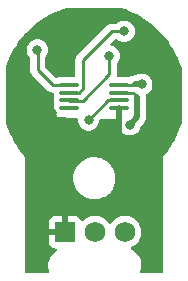
<source format=gbr>
%TF.GenerationSoftware,KiCad,Pcbnew,(6.0.6)*%
%TF.CreationDate,2022-08-09T20:17:37-04:00*%
%TF.ProjectId,4272ShaftEncoder,34323732-5368-4616-9674-456e636f6465,rev?*%
%TF.SameCoordinates,Original*%
%TF.FileFunction,Copper,L2,Bot*%
%TF.FilePolarity,Positive*%
%FSLAX46Y46*%
G04 Gerber Fmt 4.6, Leading zero omitted, Abs format (unit mm)*
G04 Created by KiCad (PCBNEW (6.0.6)) date 2022-08-09 20:17:37*
%MOMM*%
%LPD*%
G01*
G04 APERTURE LIST*
G04 Aperture macros list*
%AMRoundRect*
0 Rectangle with rounded corners*
0 $1 Rounding radius*
0 $2 $3 $4 $5 $6 $7 $8 $9 X,Y pos of 4 corners*
0 Add a 4 corners polygon primitive as box body*
4,1,4,$2,$3,$4,$5,$6,$7,$8,$9,$2,$3,0*
0 Add four circle primitives for the rounded corners*
1,1,$1+$1,$2,$3*
1,1,$1+$1,$4,$5*
1,1,$1+$1,$6,$7*
1,1,$1+$1,$8,$9*
0 Add four rect primitives between the rounded corners*
20,1,$1+$1,$2,$3,$4,$5,0*
20,1,$1+$1,$4,$5,$6,$7,0*
20,1,$1+$1,$6,$7,$8,$9,0*
20,1,$1+$1,$8,$9,$2,$3,0*%
G04 Aperture macros list end*
%TA.AperFunction,SMDPad,CuDef*%
%ADD10RoundRect,0.100000X0.712500X0.100000X-0.712500X0.100000X-0.712500X-0.100000X0.712500X-0.100000X0*%
%TD*%
%TA.AperFunction,ComponentPad*%
%ADD11RoundRect,0.190218X-0.684782X-0.684782X0.684782X-0.684782X0.684782X0.684782X-0.684782X0.684782X0*%
%TD*%
%TA.AperFunction,ComponentPad*%
%ADD12C,1.750000*%
%TD*%
%TA.AperFunction,ViaPad*%
%ADD13C,0.800000*%
%TD*%
%TA.AperFunction,Conductor*%
%ADD14C,0.250000*%
%TD*%
%TA.AperFunction,Conductor*%
%ADD15C,0.500000*%
%TD*%
G04 APERTURE END LIST*
D10*
%TO.P,U1,1,VDD5V*%
%TO.N,+3.3V*%
X150112500Y-77050000D03*
%TO.P,U1,2,VDD3V3*%
X150112500Y-77700000D03*
%TO.P,U1,3,OUT*%
%TO.N,/OUT*%
X150112500Y-78350000D03*
%TO.P,U1,4,GND*%
%TO.N,GND*%
X150112500Y-79000000D03*
%TO.P,U1,5,PGO*%
%TO.N,unconnected-(U1-Pad5)*%
X145887500Y-79000000D03*
%TO.P,U1,6,SDA*%
%TO.N,Net-(R6-Pad1)*%
X145887500Y-78350000D03*
%TO.P,U1,7,SCL*%
%TO.N,Net-(R7-Pad1)*%
X145887500Y-77700000D03*
%TO.P,U1,8,DIR*%
%TO.N,Net-(R1-Pad2)*%
X145887500Y-77050000D03*
%TD*%
D11*
%TO.P,J1,1,Pin_1*%
%TO.N,GND*%
X145500000Y-89500000D03*
D12*
%TO.P,J1,2,Pin_2*%
%TO.N,+3.3V*%
X148040000Y-89500000D03*
%TO.P,J1,3,Pin_3*%
%TO.N,/OUT*%
X150580000Y-89500000D03*
%TD*%
D13*
%TO.N,GND*%
X153200000Y-92200000D03*
X153800000Y-82000000D03*
X143800000Y-83400000D03*
X144400000Y-79400000D03*
X145750000Y-85500000D03*
X141250000Y-80500000D03*
X146250000Y-81500000D03*
X155000000Y-76400000D03*
X146000000Y-74500000D03*
%TO.N,/OUT*%
X147500000Y-80000000D03*
%TO.N,Net-(R7-Pad1)*%
X150500000Y-72500000D03*
%TO.N,Net-(R6-Pad1)*%
X149250000Y-74600000D03*
%TO.N,Net-(R1-Pad2)*%
X143162500Y-74087500D03*
%TO.N,+3.3V*%
X151000000Y-80400000D03*
X152000000Y-77000000D03*
%TD*%
D14*
%TO.N,Net-(R6-Pad1)*%
X145937500Y-78400000D02*
X145887500Y-78350000D01*
X147000000Y-78400000D02*
X145937500Y-78400000D01*
X149250000Y-76150000D02*
X147000000Y-78400000D01*
X149250000Y-74600000D02*
X149250000Y-76150000D01*
D15*
%TO.N,+3.3V*%
X151600000Y-79800000D02*
X151000000Y-80400000D01*
X151600000Y-78100000D02*
X151600000Y-79800000D01*
D14*
X151300000Y-77700000D02*
X150112500Y-77700000D01*
X151650000Y-78050000D02*
X151300000Y-77700000D01*
X150112500Y-77050000D02*
X151350000Y-77050000D01*
X151350000Y-77050000D02*
X151400000Y-77000000D01*
D15*
X151400000Y-77000000D02*
X152000000Y-77000000D01*
%TO.N,GND*%
X150112500Y-79000000D02*
X150112500Y-82112500D01*
D14*
%TO.N,Net-(R1-Pad2)*%
X143200000Y-74125000D02*
X143162500Y-74087500D01*
X143200000Y-75800000D02*
X143200000Y-74125000D01*
X145887500Y-77050000D02*
X144450000Y-77050000D01*
X144450000Y-77050000D02*
X143200000Y-75800000D01*
%TO.N,/OUT*%
X149150000Y-78350000D02*
X150112500Y-78350000D01*
X147500000Y-80000000D02*
X149150000Y-78350000D01*
%TO.N,Net-(R7-Pad1)*%
X147025000Y-77339645D02*
X146664645Y-77700000D01*
X147025000Y-74949695D02*
X147025000Y-77339645D01*
X149474695Y-72500000D02*
X147025000Y-74949695D01*
X150500000Y-72500000D02*
X149474695Y-72500000D01*
X146664645Y-77700000D02*
X145887500Y-77700000D01*
%TD*%
%TA.AperFunction,Conductor*%
%TO.N,GND*%
G36*
X147925672Y-70508501D02*
G01*
X150198353Y-70508501D01*
X150238040Y-70514914D01*
X150642777Y-70649230D01*
X150650617Y-70652124D01*
X150884645Y-70747460D01*
X151121769Y-70844057D01*
X151129408Y-70847469D01*
X151586776Y-71070244D01*
X151594173Y-71074156D01*
X152035752Y-71326800D01*
X152042872Y-71331194D01*
X152237247Y-71460243D01*
X152437015Y-71592872D01*
X152466696Y-71612578D01*
X152473509Y-71617435D01*
X152877745Y-71926344D01*
X152884217Y-71931639D01*
X153267062Y-72266698D01*
X153273150Y-72272394D01*
X153632905Y-72632117D01*
X153638618Y-72638221D01*
X153716197Y-72726848D01*
X153973705Y-73021026D01*
X153979002Y-73027498D01*
X154274068Y-73413545D01*
X154287941Y-73431696D01*
X154292793Y-73438500D01*
X154416721Y-73625125D01*
X154574228Y-73862316D01*
X154578623Y-73869436D01*
X154831310Y-74310997D01*
X154835222Y-74318393D01*
X155058040Y-74775739D01*
X155061447Y-74783365D01*
X155253284Y-75254158D01*
X155253427Y-75254510D01*
X155256324Y-75262356D01*
X155373778Y-75616170D01*
X155390545Y-75666679D01*
X155396962Y-75706524D01*
X155391623Y-80196206D01*
X155391619Y-80199452D01*
X155385389Y-80238430D01*
X155270707Y-80589458D01*
X155268235Y-80596341D01*
X155103104Y-81017294D01*
X155100242Y-81024010D01*
X154969115Y-81308500D01*
X154910958Y-81434677D01*
X154907710Y-81441215D01*
X154894313Y-81466336D01*
X154694923Y-81840190D01*
X154691302Y-81846530D01*
X154455714Y-82232499D01*
X154451737Y-82238609D01*
X154194147Y-82610260D01*
X154189826Y-82616123D01*
X153936575Y-82939657D01*
X153920747Y-82956448D01*
X153908867Y-82966934D01*
X153897190Y-82985429D01*
X153885097Y-83001561D01*
X153870622Y-83017951D01*
X153866807Y-83026076D01*
X153866806Y-83026078D01*
X153856441Y-83048155D01*
X153848931Y-83061869D01*
X153831108Y-83090099D01*
X153828639Y-83098731D01*
X153825094Y-83111122D01*
X153818010Y-83130012D01*
X153808719Y-83149800D01*
X153805291Y-83171816D01*
X153803585Y-83182775D01*
X153800224Y-83198051D01*
X153794273Y-83218853D01*
X153791044Y-83230139D01*
X153791096Y-83239115D01*
X153791096Y-83239117D01*
X153791498Y-83308028D01*
X153791500Y-83308762D01*
X153791500Y-92825500D01*
X153771498Y-92893621D01*
X153717842Y-92940114D01*
X153665500Y-92951500D01*
X152010252Y-92951500D01*
X151942131Y-92931498D01*
X151895638Y-92877842D01*
X151885534Y-92807568D01*
X151889917Y-92788146D01*
X151949835Y-92595178D01*
X151980996Y-92360069D01*
X151972099Y-92123072D01*
X151923397Y-91890962D01*
X151921440Y-91886006D01*
X151921438Y-91886000D01*
X151838242Y-91675337D01*
X151836283Y-91670376D01*
X151713249Y-91467621D01*
X151627599Y-91368918D01*
X151561311Y-91292528D01*
X151561309Y-91292526D01*
X151557811Y-91288495D01*
X151451027Y-91200937D01*
X151378543Y-91141503D01*
X151378537Y-91141499D01*
X151374415Y-91138119D01*
X151168304Y-91020794D01*
X151163284Y-91018972D01*
X151163280Y-91018970D01*
X151132385Y-91007756D01*
X151075176Y-90965712D01*
X151049780Y-90899413D01*
X151064260Y-90829909D01*
X151119942Y-90776166D01*
X151286197Y-90694718D01*
X151290839Y-90692444D01*
X151295043Y-90689446D01*
X151295047Y-90689443D01*
X151471847Y-90563333D01*
X151471849Y-90563331D01*
X151476051Y-90560334D01*
X151637199Y-90399747D01*
X151691764Y-90323812D01*
X151766938Y-90219198D01*
X151766942Y-90219192D01*
X151769956Y-90214997D01*
X151870755Y-90011046D01*
X151936890Y-89793370D01*
X151950077Y-89693206D01*
X151966148Y-89571136D01*
X151966148Y-89571132D01*
X151966585Y-89567815D01*
X151968242Y-89500000D01*
X151949601Y-89273264D01*
X151894178Y-89052617D01*
X151803462Y-88843985D01*
X151679890Y-88652971D01*
X151526779Y-88484704D01*
X151348241Y-88343704D01*
X151310537Y-88322890D01*
X151295869Y-88314793D01*
X151149072Y-88233757D01*
X151144203Y-88232033D01*
X151144199Y-88232031D01*
X150939496Y-88159541D01*
X150939492Y-88159540D01*
X150934621Y-88157815D01*
X150929528Y-88156908D01*
X150929525Y-88156907D01*
X150715734Y-88118825D01*
X150715728Y-88118824D01*
X150710645Y-88117919D01*
X150635417Y-88117000D01*
X150488331Y-88115203D01*
X150488329Y-88115203D01*
X150483161Y-88115140D01*
X150258278Y-88149552D01*
X150042035Y-88220231D01*
X150037447Y-88222619D01*
X150037443Y-88222621D01*
X149844828Y-88322890D01*
X149840239Y-88325279D01*
X149836106Y-88328382D01*
X149836103Y-88328384D01*
X149815699Y-88343704D01*
X149658310Y-88461875D01*
X149501133Y-88626351D01*
X149498218Y-88630625D01*
X149498215Y-88630628D01*
X149413755Y-88754441D01*
X149358844Y-88799444D01*
X149288319Y-88807615D01*
X149224572Y-88776361D01*
X149203875Y-88751877D01*
X149142698Y-88657311D01*
X149142696Y-88657308D01*
X149139890Y-88652971D01*
X148986779Y-88484704D01*
X148808241Y-88343704D01*
X148770537Y-88322890D01*
X148755869Y-88314793D01*
X148609072Y-88233757D01*
X148604203Y-88232033D01*
X148604199Y-88232031D01*
X148399496Y-88159541D01*
X148399492Y-88159540D01*
X148394621Y-88157815D01*
X148389528Y-88156908D01*
X148389525Y-88156907D01*
X148175734Y-88118825D01*
X148175728Y-88118824D01*
X148170645Y-88117919D01*
X148095417Y-88117000D01*
X147948331Y-88115203D01*
X147948329Y-88115203D01*
X147943161Y-88115140D01*
X147718278Y-88149552D01*
X147502035Y-88220231D01*
X147497447Y-88222619D01*
X147497443Y-88222621D01*
X147304828Y-88322890D01*
X147300239Y-88325279D01*
X147296106Y-88328382D01*
X147296103Y-88328384D01*
X147275699Y-88343704D01*
X147118310Y-88461875D01*
X147114738Y-88465613D01*
X147028452Y-88555906D01*
X146966928Y-88591336D01*
X146896015Y-88587879D01*
X146838229Y-88546633D01*
X146822522Y-88520707D01*
X146821880Y-88519285D01*
X146742207Y-88387729D01*
X146732894Y-88375852D01*
X146624148Y-88267106D01*
X146612271Y-88257793D01*
X146480716Y-88178121D01*
X146466970Y-88171914D01*
X146319343Y-88125651D01*
X146306293Y-88123038D01*
X146243478Y-88117266D01*
X146237690Y-88117000D01*
X145772115Y-88117000D01*
X145756876Y-88121475D01*
X145755671Y-88122865D01*
X145754000Y-88130548D01*
X145754000Y-89628000D01*
X145733998Y-89696121D01*
X145680342Y-89742614D01*
X145628000Y-89754000D01*
X144135115Y-89754000D01*
X144119876Y-89758475D01*
X144118671Y-89759865D01*
X144117000Y-89767548D01*
X144117000Y-90237690D01*
X144117266Y-90243478D01*
X144123038Y-90306293D01*
X144125651Y-90319343D01*
X144171914Y-90466970D01*
X144178121Y-90480716D01*
X144257793Y-90612271D01*
X144267106Y-90624148D01*
X144375852Y-90732894D01*
X144387729Y-90742207D01*
X144519284Y-90821879D01*
X144533030Y-90828086D01*
X144680657Y-90874349D01*
X144693698Y-90876961D01*
X144700929Y-90877625D01*
X144766934Y-90903776D01*
X144808323Y-90961461D01*
X144811955Y-91032364D01*
X144776677Y-91093976D01*
X144759768Y-91107617D01*
X144718385Y-91135478D01*
X144621155Y-91200937D01*
X144449550Y-91364640D01*
X144307980Y-91554917D01*
X144305564Y-91559668D01*
X144305562Y-91559672D01*
X144246755Y-91675337D01*
X144200494Y-91766326D01*
X144165330Y-91879574D01*
X144131749Y-91987719D01*
X144131748Y-91987725D01*
X144130165Y-91992822D01*
X144099004Y-92227931D01*
X144107901Y-92464928D01*
X144156603Y-92697038D01*
X144158561Y-92701997D01*
X144158562Y-92701999D01*
X144189058Y-92779218D01*
X144195476Y-92849924D01*
X144162649Y-92912875D01*
X144100999Y-92948086D01*
X144071866Y-92951500D01*
X142234500Y-92951500D01*
X142166379Y-92931498D01*
X142119886Y-92877842D01*
X142108500Y-92825500D01*
X142108501Y-89227885D01*
X144117000Y-89227885D01*
X144121475Y-89243124D01*
X144122865Y-89244329D01*
X144130548Y-89246000D01*
X145227885Y-89246000D01*
X145243124Y-89241525D01*
X145244329Y-89240135D01*
X145246000Y-89232452D01*
X145246000Y-88135115D01*
X145241525Y-88119876D01*
X145240135Y-88118671D01*
X145232452Y-88117000D01*
X144762310Y-88117000D01*
X144756522Y-88117266D01*
X144693707Y-88123038D01*
X144680657Y-88125651D01*
X144533030Y-88171914D01*
X144519284Y-88178121D01*
X144387729Y-88257793D01*
X144375852Y-88267106D01*
X144267106Y-88375852D01*
X144257793Y-88387729D01*
X144178121Y-88519284D01*
X144171914Y-88533030D01*
X144125651Y-88680657D01*
X144123038Y-88693707D01*
X144117266Y-88756522D01*
X144117000Y-88762310D01*
X144117000Y-89227885D01*
X142108501Y-89227885D01*
X142108501Y-88125651D01*
X142108501Y-85058879D01*
X146219840Y-85058879D01*
X146255486Y-85320808D01*
X146329457Y-85574590D01*
X146440127Y-85814652D01*
X146442690Y-85818561D01*
X146582499Y-86031805D01*
X146582503Y-86031810D01*
X146585065Y-86035718D01*
X146761086Y-86232933D01*
X146964324Y-86401964D01*
X147190314Y-86539099D01*
X147194622Y-86540905D01*
X147194623Y-86540906D01*
X147429776Y-86639514D01*
X147429781Y-86639516D01*
X147434091Y-86641323D01*
X147438623Y-86642474D01*
X147438626Y-86642475D01*
X147494197Y-86656588D01*
X147690301Y-86706392D01*
X147909856Y-86728500D01*
X148067108Y-86728500D01*
X148069433Y-86728327D01*
X148069439Y-86728327D01*
X148258964Y-86714243D01*
X148258968Y-86714242D01*
X148263616Y-86713897D01*
X148521441Y-86655557D01*
X148525795Y-86653864D01*
X148763458Y-86561442D01*
X148763460Y-86561441D01*
X148767811Y-86559749D01*
X148800780Y-86540906D01*
X148852448Y-86511375D01*
X148997313Y-86428578D01*
X149204906Y-86264925D01*
X149386030Y-86072385D01*
X149536704Y-85855188D01*
X149538771Y-85850997D01*
X149651555Y-85622294D01*
X149651556Y-85622291D01*
X149653620Y-85618106D01*
X149734209Y-85366347D01*
X149776700Y-85105441D01*
X149780160Y-84841121D01*
X149744514Y-84579192D01*
X149670543Y-84325410D01*
X149559873Y-84085348D01*
X149528347Y-84037263D01*
X149417501Y-83868195D01*
X149417497Y-83868190D01*
X149414935Y-83864282D01*
X149238914Y-83667067D01*
X149035676Y-83498036D01*
X148809686Y-83360901D01*
X148765969Y-83342569D01*
X148570224Y-83260486D01*
X148570219Y-83260484D01*
X148565909Y-83258677D01*
X148561377Y-83257526D01*
X148561374Y-83257525D01*
X148419540Y-83221504D01*
X148309699Y-83193608D01*
X148090144Y-83171500D01*
X147932892Y-83171500D01*
X147930567Y-83171673D01*
X147930561Y-83171673D01*
X147741036Y-83185757D01*
X147741032Y-83185758D01*
X147736384Y-83186103D01*
X147478559Y-83244443D01*
X147474207Y-83246135D01*
X147474205Y-83246136D01*
X147236542Y-83338558D01*
X147236540Y-83338559D01*
X147232189Y-83340251D01*
X147228135Y-83342568D01*
X147228133Y-83342569D01*
X147196059Y-83360901D01*
X147002687Y-83471422D01*
X146795094Y-83635075D01*
X146613970Y-83827615D01*
X146463296Y-84044812D01*
X146461230Y-84049001D01*
X146461229Y-84049003D01*
X146445234Y-84081439D01*
X146346380Y-84281894D01*
X146265791Y-84533653D01*
X146223300Y-84794559D01*
X146219840Y-85058879D01*
X142108501Y-85058879D01*
X142108501Y-83309229D01*
X142108537Y-83306226D01*
X142109918Y-83248288D01*
X142110132Y-83239312D01*
X142107818Y-83230635D01*
X142101059Y-83205293D01*
X142098076Y-83190685D01*
X142094355Y-83164706D01*
X142094354Y-83164703D01*
X142093081Y-83155813D01*
X142084795Y-83137589D01*
X142077753Y-83117914D01*
X142074908Y-83107246D01*
X142072595Y-83098574D01*
X142054333Y-83068461D01*
X142047369Y-83055277D01*
X142036507Y-83031387D01*
X142032793Y-83023218D01*
X142026932Y-83016416D01*
X142026931Y-83016414D01*
X142019730Y-83008056D01*
X142007451Y-82991152D01*
X141997066Y-82974028D01*
X141979448Y-82957904D01*
X141965805Y-82943264D01*
X141709646Y-82620371D01*
X141705280Y-82614528D01*
X141704388Y-82613259D01*
X141448808Y-82249723D01*
X141444806Y-82243664D01*
X141209870Y-81864628D01*
X141206214Y-81858330D01*
X141198125Y-81843416D01*
X140993598Y-81466322D01*
X140990315Y-81459826D01*
X140981581Y-81441228D01*
X140800754Y-81056208D01*
X140797846Y-81049519D01*
X140754695Y-80941852D01*
X140631958Y-80635610D01*
X140629446Y-80628779D01*
X140620714Y-80602715D01*
X140515027Y-80287275D01*
X140508500Y-80247246D01*
X140508500Y-75509846D01*
X140515949Y-75467164D01*
X140517944Y-75461623D01*
X140664664Y-75054105D01*
X140667885Y-75046045D01*
X140863867Y-74600812D01*
X140880878Y-74562167D01*
X140884657Y-74554329D01*
X141030131Y-74277428D01*
X141129912Y-74087500D01*
X142248996Y-74087500D01*
X142249686Y-74094065D01*
X142263810Y-74228444D01*
X142268958Y-74277428D01*
X142327973Y-74459056D01*
X142423460Y-74624444D01*
X142534137Y-74747364D01*
X142564853Y-74811369D01*
X142566500Y-74831672D01*
X142566500Y-75721233D01*
X142565973Y-75732416D01*
X142564298Y-75739909D01*
X142564547Y-75747835D01*
X142564547Y-75747836D01*
X142566438Y-75807986D01*
X142566500Y-75811945D01*
X142566500Y-75839856D01*
X142566997Y-75843790D01*
X142566997Y-75843791D01*
X142567005Y-75843856D01*
X142567938Y-75855693D01*
X142569327Y-75899889D01*
X142574978Y-75919339D01*
X142578987Y-75938700D01*
X142581526Y-75958797D01*
X142584445Y-75966168D01*
X142584445Y-75966170D01*
X142597804Y-75999912D01*
X142601649Y-76011142D01*
X142613982Y-76053593D01*
X142618015Y-76060412D01*
X142618017Y-76060417D01*
X142624293Y-76071028D01*
X142632988Y-76088776D01*
X142640448Y-76107617D01*
X142645110Y-76114033D01*
X142645110Y-76114034D01*
X142666436Y-76143387D01*
X142672952Y-76153307D01*
X142695458Y-76191362D01*
X142709779Y-76205683D01*
X142722619Y-76220716D01*
X142734528Y-76237107D01*
X142761372Y-76259314D01*
X142768605Y-76265298D01*
X142777384Y-76273288D01*
X143946348Y-77442253D01*
X143953888Y-77450539D01*
X143958000Y-77457018D01*
X143963777Y-77462443D01*
X144007651Y-77503643D01*
X144010493Y-77506398D01*
X144030230Y-77526135D01*
X144033427Y-77528615D01*
X144042447Y-77536318D01*
X144074679Y-77566586D01*
X144081625Y-77570405D01*
X144081628Y-77570407D01*
X144092434Y-77576348D01*
X144108953Y-77587199D01*
X144124959Y-77599614D01*
X144132228Y-77602759D01*
X144132232Y-77602762D01*
X144165537Y-77617174D01*
X144176187Y-77622391D01*
X144214940Y-77643695D01*
X144222615Y-77645666D01*
X144222616Y-77645666D01*
X144234562Y-77648733D01*
X144253267Y-77655137D01*
X144271855Y-77663181D01*
X144279678Y-77664420D01*
X144279688Y-77664423D01*
X144315524Y-77670099D01*
X144327144Y-77672505D01*
X144362289Y-77681528D01*
X144369970Y-77683500D01*
X144390224Y-77683500D01*
X144409934Y-77685051D01*
X144429943Y-77688220D01*
X144437835Y-77687474D01*
X144444458Y-77687682D01*
X144511917Y-77709814D01*
X144556702Y-77764903D01*
X144566501Y-77813619D01*
X144566501Y-77839884D01*
X144582162Y-77958850D01*
X144585322Y-77966478D01*
X144589589Y-77976780D01*
X144597179Y-78047370D01*
X144589590Y-78073218D01*
X144582162Y-78091150D01*
X144566500Y-78210115D01*
X144566501Y-78489884D01*
X144582162Y-78608850D01*
X144585322Y-78616478D01*
X144589589Y-78626780D01*
X144597179Y-78697370D01*
X144589590Y-78723218D01*
X144582162Y-78741150D01*
X144566500Y-78860115D01*
X144566501Y-79139884D01*
X144582162Y-79258850D01*
X144643476Y-79406876D01*
X144741013Y-79533987D01*
X144747559Y-79539010D01*
X144747562Y-79539013D01*
X144750704Y-79541424D01*
X144752682Y-79544133D01*
X144753403Y-79544854D01*
X144753291Y-79544966D01*
X144792571Y-79598762D01*
X144800000Y-79641386D01*
X144800000Y-79800000D01*
X146466050Y-79852064D01*
X146533512Y-79874185D01*
X146578307Y-79929266D01*
X146586783Y-79986830D01*
X146587186Y-79986830D01*
X146587186Y-79989567D01*
X146587423Y-79991177D01*
X146586496Y-80000000D01*
X146587186Y-80006565D01*
X146600704Y-80135177D01*
X146606458Y-80189928D01*
X146665473Y-80371556D01*
X146668776Y-80377278D01*
X146668777Y-80377279D01*
X146672525Y-80383770D01*
X146760960Y-80536944D01*
X146765378Y-80541851D01*
X146765379Y-80541852D01*
X146849812Y-80635624D01*
X146888747Y-80678866D01*
X147043248Y-80791118D01*
X147049276Y-80793802D01*
X147049278Y-80793803D01*
X147211681Y-80866109D01*
X147217712Y-80868794D01*
X147311112Y-80888647D01*
X147398056Y-80907128D01*
X147398061Y-80907128D01*
X147404513Y-80908500D01*
X147595487Y-80908500D01*
X147601939Y-80907128D01*
X147601944Y-80907128D01*
X147688888Y-80888647D01*
X147782288Y-80868794D01*
X147788319Y-80866109D01*
X147950722Y-80793803D01*
X147950724Y-80793802D01*
X147956752Y-80791118D01*
X148111253Y-80678866D01*
X148150188Y-80635624D01*
X148234621Y-80541852D01*
X148234622Y-80541851D01*
X148239040Y-80536944D01*
X148327475Y-80383770D01*
X148331223Y-80377279D01*
X148331224Y-80377278D01*
X148334527Y-80371556D01*
X148393542Y-80189928D01*
X148394232Y-80183365D01*
X148410390Y-80029631D01*
X148437403Y-79963974D01*
X148495625Y-79923345D01*
X148539635Y-79916863D01*
X150017256Y-79963039D01*
X150084718Y-79985160D01*
X150129513Y-80040241D01*
X150137417Y-80110796D01*
X150133153Y-80127914D01*
X150106458Y-80210072D01*
X150105768Y-80216633D01*
X150105768Y-80216635D01*
X150090857Y-80358508D01*
X150086496Y-80400000D01*
X150087186Y-80406565D01*
X150098202Y-80511372D01*
X150106458Y-80589928D01*
X150165473Y-80771556D01*
X150260960Y-80936944D01*
X150388747Y-81078866D01*
X150543248Y-81191118D01*
X150549276Y-81193802D01*
X150549278Y-81193803D01*
X150711681Y-81266109D01*
X150717712Y-81268794D01*
X150811112Y-81288647D01*
X150898056Y-81307128D01*
X150898061Y-81307128D01*
X150904513Y-81308500D01*
X151095487Y-81308500D01*
X151101939Y-81307128D01*
X151101944Y-81307128D01*
X151188888Y-81288647D01*
X151282288Y-81268794D01*
X151288319Y-81266109D01*
X151450722Y-81193803D01*
X151450724Y-81193802D01*
X151456752Y-81191118D01*
X151611253Y-81078866D01*
X151739040Y-80936944D01*
X151834527Y-80771556D01*
X151889387Y-80602714D01*
X151920125Y-80552556D01*
X152088911Y-80383770D01*
X152103323Y-80371384D01*
X152114918Y-80362851D01*
X152114923Y-80362846D01*
X152120818Y-80358508D01*
X152125557Y-80352930D01*
X152125560Y-80352927D01*
X152155035Y-80318232D01*
X152161965Y-80310716D01*
X152167660Y-80305021D01*
X152185281Y-80282749D01*
X152188072Y-80279345D01*
X152230591Y-80229297D01*
X152230592Y-80229295D01*
X152235333Y-80223715D01*
X152238661Y-80217199D01*
X152242028Y-80212150D01*
X152245195Y-80207021D01*
X152249734Y-80201284D01*
X152280655Y-80135125D01*
X152282561Y-80131225D01*
X152284252Y-80127914D01*
X152315769Y-80066192D01*
X152317508Y-80059084D01*
X152319607Y-80053441D01*
X152321524Y-80047678D01*
X152324622Y-80041050D01*
X152339487Y-79969583D01*
X152340457Y-79965299D01*
X152356473Y-79899845D01*
X152357808Y-79894390D01*
X152358500Y-79883236D01*
X152358536Y-79883238D01*
X152358775Y-79879245D01*
X152359149Y-79875053D01*
X152360640Y-79867885D01*
X152358546Y-79790479D01*
X152358500Y-79787072D01*
X152358500Y-78055707D01*
X152344751Y-77937778D01*
X152356730Y-77867799D01*
X152404640Y-77815406D01*
X152418654Y-77808080D01*
X152456752Y-77791118D01*
X152611253Y-77678866D01*
X152615675Y-77673955D01*
X152734621Y-77541852D01*
X152734622Y-77541851D01*
X152739040Y-77536944D01*
X152834527Y-77371556D01*
X152893542Y-77189928D01*
X152913504Y-77000000D01*
X152893542Y-76810072D01*
X152834527Y-76628444D01*
X152739040Y-76463056D01*
X152663892Y-76379595D01*
X152615675Y-76326045D01*
X152615674Y-76326044D01*
X152611253Y-76321134D01*
X152485860Y-76230030D01*
X152462094Y-76212763D01*
X152462093Y-76212762D01*
X152456752Y-76208882D01*
X152450724Y-76206198D01*
X152450722Y-76206197D01*
X152288319Y-76133891D01*
X152288318Y-76133891D01*
X152282288Y-76131206D01*
X152188888Y-76111353D01*
X152101944Y-76092872D01*
X152101939Y-76092872D01*
X152095487Y-76091500D01*
X151904513Y-76091500D01*
X151898061Y-76092872D01*
X151898056Y-76092872D01*
X151811112Y-76111353D01*
X151717712Y-76131206D01*
X151711682Y-76133891D01*
X151711681Y-76133891D01*
X151549278Y-76206197D01*
X151549276Y-76206198D01*
X151543248Y-76208882D01*
X151537909Y-76212761D01*
X151537902Y-76212765D01*
X151531472Y-76217437D01*
X151457413Y-76241500D01*
X151355707Y-76241500D01*
X151285964Y-76249631D01*
X151231589Y-76255970D01*
X151231585Y-76255971D01*
X151224319Y-76256818D01*
X151217444Y-76259313D01*
X151217442Y-76259314D01*
X151164281Y-76278611D01*
X151058063Y-76317167D01*
X151051941Y-76321181D01*
X151033984Y-76332953D01*
X150966048Y-76353575D01*
X150948455Y-76352502D01*
X150868972Y-76342038D01*
X150868971Y-76342038D01*
X150864885Y-76341500D01*
X150838302Y-76341500D01*
X150009499Y-76341501D01*
X149941379Y-76321499D01*
X149894886Y-76267843D01*
X149883500Y-76215501D01*
X149883500Y-76209776D01*
X149885051Y-76190065D01*
X149886980Y-76177886D01*
X149888220Y-76170057D01*
X149884059Y-76126038D01*
X149883500Y-76114181D01*
X149883500Y-75302524D01*
X149903502Y-75234403D01*
X149915858Y-75218221D01*
X149989040Y-75136944D01*
X150084527Y-74971556D01*
X150143542Y-74789928D01*
X150144651Y-74779383D01*
X150162814Y-74606565D01*
X150163504Y-74600000D01*
X150156474Y-74533114D01*
X150144232Y-74416635D01*
X150144232Y-74416633D01*
X150143542Y-74410072D01*
X150084527Y-74228444D01*
X149989040Y-74063056D01*
X149861253Y-73921134D01*
X149706752Y-73808882D01*
X149700724Y-73806198D01*
X149700722Y-73806197D01*
X149538319Y-73733891D01*
X149538318Y-73733891D01*
X149532288Y-73731206D01*
X149525833Y-73729834D01*
X149525830Y-73729833D01*
X149460486Y-73715944D01*
X149435258Y-73710582D01*
X149372785Y-73676854D01*
X149338463Y-73614704D01*
X149343191Y-73543865D01*
X149372360Y-73498240D01*
X149700195Y-73170405D01*
X149762507Y-73136379D01*
X149789290Y-73133500D01*
X149791800Y-73133500D01*
X149859921Y-73153502D01*
X149879147Y-73169843D01*
X149879420Y-73169540D01*
X149884332Y-73173963D01*
X149888747Y-73178866D01*
X150043248Y-73291118D01*
X150049276Y-73293802D01*
X150049278Y-73293803D01*
X150211681Y-73366109D01*
X150217712Y-73368794D01*
X150311113Y-73388647D01*
X150398056Y-73407128D01*
X150398061Y-73407128D01*
X150404513Y-73408500D01*
X150595487Y-73408500D01*
X150601939Y-73407128D01*
X150601944Y-73407128D01*
X150688887Y-73388647D01*
X150782288Y-73368794D01*
X150788319Y-73366109D01*
X150950722Y-73293803D01*
X150950724Y-73293802D01*
X150956752Y-73291118D01*
X151111253Y-73178866D01*
X151134091Y-73153502D01*
X151234621Y-73041852D01*
X151234622Y-73041851D01*
X151239040Y-73036944D01*
X151334527Y-72871556D01*
X151393542Y-72689928D01*
X151413504Y-72500000D01*
X151412814Y-72493435D01*
X151394232Y-72316635D01*
X151394232Y-72316633D01*
X151393542Y-72310072D01*
X151334527Y-72128444D01*
X151239040Y-71963056D01*
X151222882Y-71945110D01*
X151115675Y-71826045D01*
X151115674Y-71826044D01*
X151111253Y-71821134D01*
X150956752Y-71708882D01*
X150950724Y-71706198D01*
X150950722Y-71706197D01*
X150788319Y-71633891D01*
X150788318Y-71633891D01*
X150782288Y-71631206D01*
X150688888Y-71611353D01*
X150601944Y-71592872D01*
X150601939Y-71592872D01*
X150595487Y-71591500D01*
X150404513Y-71591500D01*
X150398061Y-71592872D01*
X150398056Y-71592872D01*
X150311112Y-71611353D01*
X150217712Y-71631206D01*
X150211682Y-71633891D01*
X150211681Y-71633891D01*
X150049278Y-71706197D01*
X150049276Y-71706198D01*
X150043248Y-71708882D01*
X149888747Y-71821134D01*
X149884332Y-71826037D01*
X149879420Y-71830460D01*
X149878295Y-71829211D01*
X149824986Y-71862051D01*
X149791800Y-71866500D01*
X149553462Y-71866500D01*
X149542279Y-71865973D01*
X149534786Y-71864298D01*
X149526860Y-71864547D01*
X149526859Y-71864547D01*
X149466696Y-71866438D01*
X149462738Y-71866500D01*
X149434839Y-71866500D01*
X149430849Y-71867004D01*
X149419015Y-71867936D01*
X149374806Y-71869326D01*
X149367192Y-71871538D01*
X149367187Y-71871539D01*
X149355354Y-71874977D01*
X149335991Y-71878988D01*
X149315898Y-71881526D01*
X149308531Y-71884443D01*
X149308526Y-71884444D01*
X149274787Y-71897802D01*
X149263560Y-71901646D01*
X149221102Y-71913982D01*
X149214276Y-71918019D01*
X149203667Y-71924293D01*
X149185919Y-71932988D01*
X149167078Y-71940448D01*
X149160662Y-71945110D01*
X149160661Y-71945110D01*
X149131308Y-71966436D01*
X149121388Y-71972952D01*
X149090160Y-71991420D01*
X149090157Y-71991422D01*
X149083333Y-71995458D01*
X149069012Y-72009779D01*
X149053979Y-72022619D01*
X149037588Y-72034528D01*
X149032537Y-72040634D01*
X149009397Y-72068605D01*
X149001407Y-72077384D01*
X146632747Y-74446043D01*
X146624461Y-74453583D01*
X146617982Y-74457695D01*
X146612557Y-74463472D01*
X146571357Y-74507346D01*
X146568602Y-74510188D01*
X146548865Y-74529925D01*
X146546385Y-74533122D01*
X146538682Y-74542142D01*
X146508414Y-74574374D01*
X146504595Y-74581320D01*
X146504593Y-74581323D01*
X146498652Y-74592129D01*
X146487801Y-74608648D01*
X146475386Y-74624654D01*
X146472241Y-74631923D01*
X146472238Y-74631927D01*
X146457826Y-74665232D01*
X146452609Y-74675882D01*
X146431305Y-74714635D01*
X146429334Y-74722310D01*
X146429334Y-74722311D01*
X146426267Y-74734257D01*
X146419863Y-74752961D01*
X146411819Y-74771550D01*
X146410580Y-74779373D01*
X146410577Y-74779383D01*
X146404901Y-74815219D01*
X146402495Y-74826839D01*
X146393472Y-74861984D01*
X146391500Y-74869665D01*
X146391500Y-74889919D01*
X146389949Y-74909629D01*
X146386780Y-74929638D01*
X146387526Y-74937530D01*
X146390941Y-74973656D01*
X146391500Y-74985514D01*
X146391500Y-76215500D01*
X146371498Y-76283621D01*
X146317842Y-76330114D01*
X146265500Y-76341500D01*
X145174925Y-76341501D01*
X145135116Y-76341501D01*
X145131031Y-76342039D01*
X145131027Y-76342039D01*
X145024337Y-76356084D01*
X145024335Y-76356084D01*
X145016150Y-76357162D01*
X144896050Y-76406909D01*
X144847832Y-76416500D01*
X144764595Y-76416500D01*
X144696474Y-76396498D01*
X144675499Y-76379595D01*
X143870404Y-75574499D01*
X143836379Y-75512187D01*
X143833500Y-75485404D01*
X143833500Y-74748377D01*
X143853502Y-74680256D01*
X143865864Y-74664066D01*
X143897121Y-74629352D01*
X143897125Y-74629347D01*
X143901540Y-74624444D01*
X143997027Y-74459056D01*
X144056042Y-74277428D01*
X144061191Y-74228444D01*
X144075314Y-74094065D01*
X144076004Y-74087500D01*
X144059035Y-73926045D01*
X144056732Y-73904135D01*
X144056732Y-73904133D01*
X144056042Y-73897572D01*
X143997027Y-73715944D01*
X143977677Y-73682428D01*
X143946730Y-73628828D01*
X143901540Y-73550556D01*
X143895516Y-73543865D01*
X143778175Y-73413545D01*
X143778174Y-73413544D01*
X143773753Y-73408634D01*
X143619252Y-73296382D01*
X143613224Y-73293698D01*
X143613222Y-73293697D01*
X143450819Y-73221391D01*
X143450818Y-73221391D01*
X143444788Y-73218706D01*
X143332254Y-73194786D01*
X143264444Y-73180372D01*
X143264439Y-73180372D01*
X143257987Y-73179000D01*
X143067013Y-73179000D01*
X143060561Y-73180372D01*
X143060556Y-73180372D01*
X142992746Y-73194786D01*
X142880212Y-73218706D01*
X142874182Y-73221391D01*
X142874181Y-73221391D01*
X142711778Y-73293697D01*
X142711776Y-73293698D01*
X142705748Y-73296382D01*
X142551247Y-73408634D01*
X142546826Y-73413544D01*
X142546825Y-73413545D01*
X142429485Y-73543865D01*
X142423460Y-73550556D01*
X142378270Y-73628828D01*
X142347324Y-73682428D01*
X142327973Y-73715944D01*
X142268958Y-73897572D01*
X142268268Y-73904133D01*
X142268268Y-73904135D01*
X142265965Y-73926045D01*
X142248996Y-74087500D01*
X141129912Y-74087500D01*
X141130537Y-74086310D01*
X141134833Y-74078777D01*
X141412445Y-73628821D01*
X141417263Y-73621585D01*
X141464075Y-73556274D01*
X141725253Y-73191884D01*
X141730558Y-73184998D01*
X141732422Y-73182745D01*
X142067467Y-72777587D01*
X142073240Y-72771077D01*
X142205323Y-72632117D01*
X142437470Y-72387884D01*
X142443678Y-72381789D01*
X142720199Y-72128444D01*
X142833484Y-72024653D01*
X142840098Y-72019001D01*
X142903157Y-71968774D01*
X143253626Y-71689620D01*
X143260616Y-71684437D01*
X143695884Y-71384388D01*
X143703214Y-71379700D01*
X144158151Y-71110409D01*
X144165788Y-71106237D01*
X144638241Y-70868982D01*
X144646147Y-70865348D01*
X144927868Y-70747460D01*
X145133854Y-70661264D01*
X145141968Y-70658194D01*
X145563269Y-70515186D01*
X145603769Y-70508500D01*
X147925672Y-70508501D01*
G37*
%TD.AperFunction*%
%TD*%
M02*

</source>
